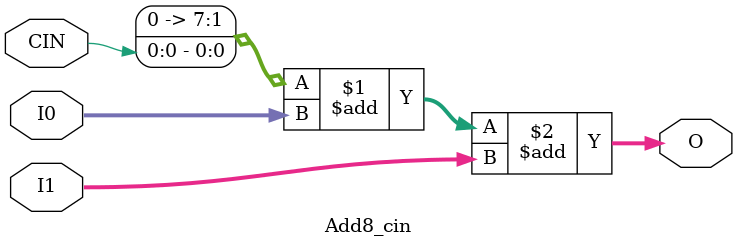
<source format=v>
module Add8_cin (input [7:0] I0, input [7:0] I1, output [7:0] O, input CIN);
assign O = (({1'b0,1'b0,1'b0,1'b0,1'b0,1'b0,1'b0,CIN}) + I0) + I1;
endmodule


</source>
